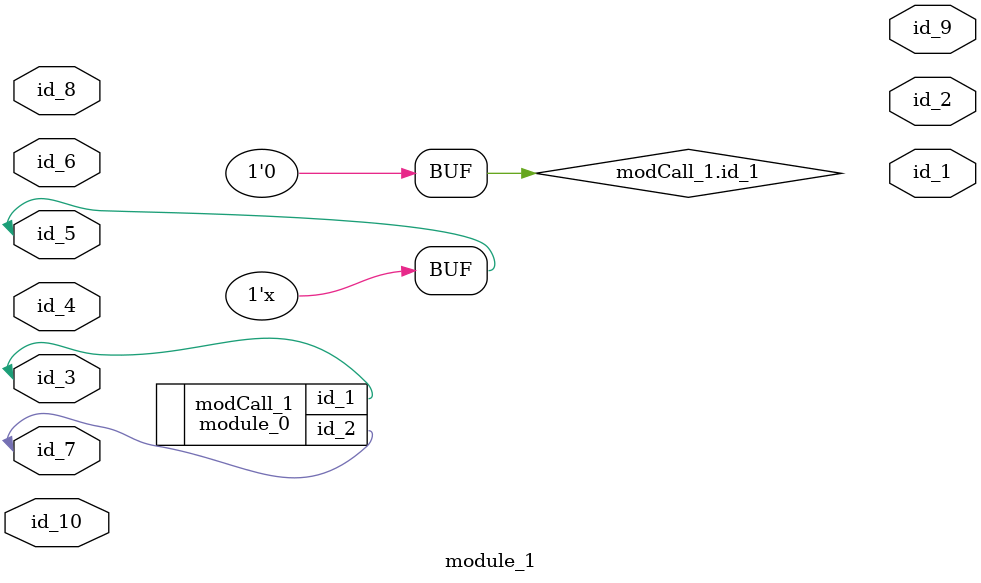
<source format=v>
module module_0 (
    id_1,
    id_2
);
  output wire id_2;
  inout wire id_1;
  assign id_1 = 1'b0;
  wire id_3;
endmodule
module module_1 (
    id_1,
    id_2,
    id_3,
    id_4,
    id_5,
    id_6,
    id_7,
    id_8,
    id_9,
    id_10
);
  input wire id_10;
  output wire id_9;
  inout wire id_8;
  inout wire id_7;
  input wire id_6;
  inout wire id_5;
  inout wire id_4;
  inout wire id_3;
  output wire id_2;
  output wire id_1;
  wire id_11;
  module_0 modCall_1 (
      id_3,
      id_7
  );
  assign modCall_1.id_1 = 0;
  always id_5 <= id_5;
endmodule

</source>
